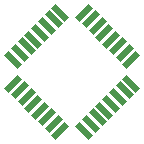
<source format=gbr>
%TF.GenerationSoftware,KiCad,Pcbnew,(6.0.5)*%
%TF.CreationDate,2022-06-25T15:42:17-04:00*%
%TF.ProjectId,Breakout_Converter,42726561-6b6f-4757-945f-436f6e766572,rev?*%
%TF.SameCoordinates,Original*%
%TF.FileFunction,Paste,Bot*%
%TF.FilePolarity,Positive*%
%FSLAX46Y46*%
G04 Gerber Fmt 4.6, Leading zero omitted, Abs format (unit mm)*
G04 Created by KiCad (PCBNEW (6.0.5)) date 2022-06-25 15:42:17*
%MOMM*%
%LPD*%
G01*
G04 APERTURE LIST*
G04 Aperture macros list*
%AMRotRect*
0 Rectangle, with rotation*
0 The origin of the aperture is its center*
0 $1 length*
0 $2 width*
0 $3 Rotation angle, in degrees counterclockwise*
0 Add horizontal line*
21,1,$1,$2,0,0,$3*%
G04 Aperture macros list end*
%ADD10RotRect,1.600000X0.550000X225.000000*%
%ADD11RotRect,1.600000X0.550000X135.000000*%
G04 APERTURE END LIST*
D10*
%TO.C,U4*%
X143265305Y-68674897D03*
X143830990Y-69240583D03*
X144396676Y-69806268D03*
X144962361Y-70371953D03*
X145528047Y-70937639D03*
X146093732Y-71503324D03*
X146659417Y-72069010D03*
X147225103Y-72634695D03*
D11*
X147225103Y-74685305D03*
X146659417Y-75250990D03*
X146093732Y-75816676D03*
X145528047Y-76382361D03*
X144962361Y-76948047D03*
X144396676Y-77513732D03*
X143830990Y-78079417D03*
X143265305Y-78645103D03*
D10*
X141214695Y-78645103D03*
X140649010Y-78079417D03*
X140083324Y-77513732D03*
X139517639Y-76948047D03*
X138951953Y-76382361D03*
X138386268Y-75816676D03*
X137820583Y-75250990D03*
X137254897Y-74685305D03*
D11*
X137254897Y-72634695D03*
X137820583Y-72069010D03*
X138386268Y-71503324D03*
X138951953Y-70937639D03*
X139517639Y-70371953D03*
X140083324Y-69806268D03*
X140649010Y-69240583D03*
X141214695Y-68674897D03*
%TD*%
M02*

</source>
